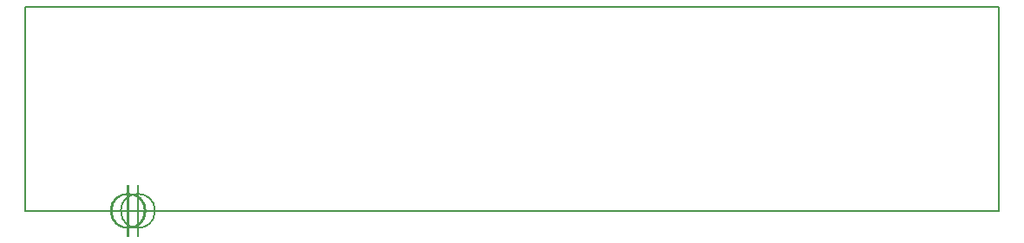
<source format=gm1>
G04 #@! TF.FileFunction,Profile,NP*
%FSLAX46Y46*%
G04 Gerber Fmt 4.6, Leading zero omitted, Abs format (unit mm)*
G04 Created by KiCad (PCBNEW (2016-02-18 BZR 6566)-product) date Thursday, 12 May 2016 22:35:57*
%MOMM*%
G01*
G04 APERTURE LIST*
%ADD10C,0.100000*%
%ADD11C,0.150000*%
G04 APERTURE END LIST*
D10*
D11*
X107666666Y-90000000D02*
G75*
G03X107666666Y-90000000I-1666666J0D01*
G01*
X103500000Y-90000000D02*
X108500000Y-90000000D01*
X106000000Y-87500000D02*
X106000000Y-92500000D01*
X107666666Y-90000000D02*
G75*
G03X107666666Y-90000000I-1666666J0D01*
G01*
X103500000Y-90000000D02*
X108500000Y-90000000D01*
X106000000Y-87500000D02*
X106000000Y-92500000D01*
X106666666Y-90000000D02*
G75*
G03X106666666Y-90000000I-1666666J0D01*
G01*
X102500000Y-90000000D02*
X107500000Y-90000000D01*
X105000000Y-87500000D02*
X105000000Y-92500000D01*
X106766666Y-90000000D02*
G75*
G03X106766666Y-90000000I-1666666J0D01*
G01*
X102600000Y-90000000D02*
X107600000Y-90000000D01*
X105100000Y-87500000D02*
X105100000Y-92500000D01*
X107666666Y-90000000D02*
G75*
G03X107666666Y-90000000I-1666666J0D01*
G01*
X103500000Y-90000000D02*
X108500000Y-90000000D01*
X106000000Y-87500000D02*
X106000000Y-92500000D01*
X107666666Y-90000000D02*
G75*
G03X107666666Y-90000000I-1666666J0D01*
G01*
X103500000Y-90000000D02*
X108500000Y-90000000D01*
X106000000Y-87500000D02*
X106000000Y-92500000D01*
X190000000Y-90000000D02*
X190000000Y-70000000D01*
X95000000Y-90000000D02*
X95000000Y-70000000D01*
X95000000Y-70000000D02*
X190000000Y-70000000D01*
X95000000Y-90000000D02*
X190000000Y-90000000D01*
M02*

</source>
